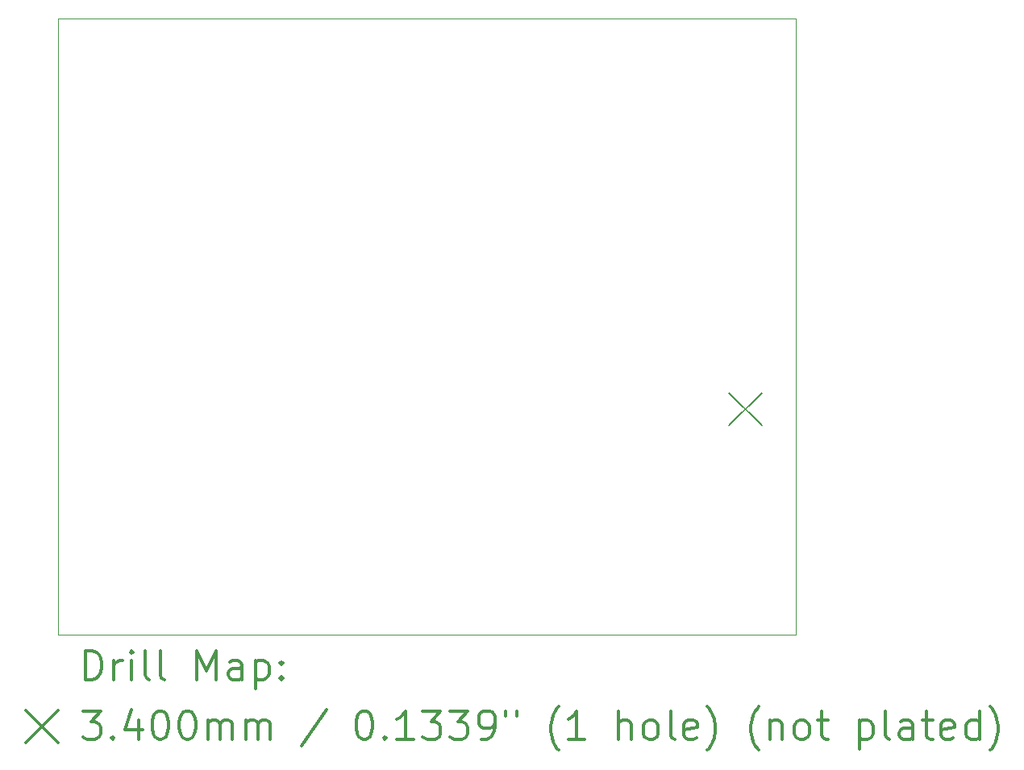
<source format=gbr>
%FSLAX45Y45*%
G04 Gerber Fmt 4.5, Leading zero omitted, Abs format (unit mm)*
G04 Created by KiCad (PCBNEW (5.1.12)-1) date 2021-11-18 16:19:16*
%MOMM*%
%LPD*%
G01*
G04 APERTURE LIST*
%TA.AperFunction,Profile*%
%ADD10C,0.050000*%
%TD*%
%ADD11C,0.200000*%
%ADD12C,0.300000*%
G04 APERTURE END LIST*
D10*
X14224000Y-3302000D02*
X14224000Y-9779000D01*
X6477000Y-9779000D02*
X6477000Y-3302000D01*
X14224000Y-9779000D02*
X6477000Y-9779000D01*
X6477000Y-3302000D02*
X14224000Y-3302000D01*
D11*
X13521000Y-7233000D02*
X13861000Y-7573000D01*
X13861000Y-7233000D02*
X13521000Y-7573000D01*
D12*
X6760928Y-10247214D02*
X6760928Y-9947214D01*
X6832357Y-9947214D01*
X6875214Y-9961500D01*
X6903786Y-9990072D01*
X6918071Y-10018643D01*
X6932357Y-10075786D01*
X6932357Y-10118643D01*
X6918071Y-10175786D01*
X6903786Y-10204357D01*
X6875214Y-10232929D01*
X6832357Y-10247214D01*
X6760928Y-10247214D01*
X7060928Y-10247214D02*
X7060928Y-10047214D01*
X7060928Y-10104357D02*
X7075214Y-10075786D01*
X7089500Y-10061500D01*
X7118071Y-10047214D01*
X7146643Y-10047214D01*
X7246643Y-10247214D02*
X7246643Y-10047214D01*
X7246643Y-9947214D02*
X7232357Y-9961500D01*
X7246643Y-9975786D01*
X7260928Y-9961500D01*
X7246643Y-9947214D01*
X7246643Y-9975786D01*
X7432357Y-10247214D02*
X7403786Y-10232929D01*
X7389500Y-10204357D01*
X7389500Y-9947214D01*
X7589500Y-10247214D02*
X7560928Y-10232929D01*
X7546643Y-10204357D01*
X7546643Y-9947214D01*
X7932357Y-10247214D02*
X7932357Y-9947214D01*
X8032357Y-10161500D01*
X8132357Y-9947214D01*
X8132357Y-10247214D01*
X8403786Y-10247214D02*
X8403786Y-10090072D01*
X8389500Y-10061500D01*
X8360928Y-10047214D01*
X8303786Y-10047214D01*
X8275214Y-10061500D01*
X8403786Y-10232929D02*
X8375214Y-10247214D01*
X8303786Y-10247214D01*
X8275214Y-10232929D01*
X8260928Y-10204357D01*
X8260928Y-10175786D01*
X8275214Y-10147214D01*
X8303786Y-10132929D01*
X8375214Y-10132929D01*
X8403786Y-10118643D01*
X8546643Y-10047214D02*
X8546643Y-10347214D01*
X8546643Y-10061500D02*
X8575214Y-10047214D01*
X8632357Y-10047214D01*
X8660928Y-10061500D01*
X8675214Y-10075786D01*
X8689500Y-10104357D01*
X8689500Y-10190072D01*
X8675214Y-10218643D01*
X8660928Y-10232929D01*
X8632357Y-10247214D01*
X8575214Y-10247214D01*
X8546643Y-10232929D01*
X8818071Y-10218643D02*
X8832357Y-10232929D01*
X8818071Y-10247214D01*
X8803786Y-10232929D01*
X8818071Y-10218643D01*
X8818071Y-10247214D01*
X8818071Y-10061500D02*
X8832357Y-10075786D01*
X8818071Y-10090072D01*
X8803786Y-10075786D01*
X8818071Y-10061500D01*
X8818071Y-10090072D01*
X6134500Y-10571500D02*
X6474500Y-10911500D01*
X6474500Y-10571500D02*
X6134500Y-10911500D01*
X6732357Y-10577214D02*
X6918071Y-10577214D01*
X6818071Y-10691500D01*
X6860928Y-10691500D01*
X6889500Y-10705786D01*
X6903786Y-10720072D01*
X6918071Y-10748643D01*
X6918071Y-10820072D01*
X6903786Y-10848643D01*
X6889500Y-10862929D01*
X6860928Y-10877214D01*
X6775214Y-10877214D01*
X6746643Y-10862929D01*
X6732357Y-10848643D01*
X7046643Y-10848643D02*
X7060928Y-10862929D01*
X7046643Y-10877214D01*
X7032357Y-10862929D01*
X7046643Y-10848643D01*
X7046643Y-10877214D01*
X7318071Y-10677214D02*
X7318071Y-10877214D01*
X7246643Y-10562929D02*
X7175214Y-10777214D01*
X7360928Y-10777214D01*
X7532357Y-10577214D02*
X7560928Y-10577214D01*
X7589500Y-10591500D01*
X7603786Y-10605786D01*
X7618071Y-10634357D01*
X7632357Y-10691500D01*
X7632357Y-10762929D01*
X7618071Y-10820072D01*
X7603786Y-10848643D01*
X7589500Y-10862929D01*
X7560928Y-10877214D01*
X7532357Y-10877214D01*
X7503786Y-10862929D01*
X7489500Y-10848643D01*
X7475214Y-10820072D01*
X7460928Y-10762929D01*
X7460928Y-10691500D01*
X7475214Y-10634357D01*
X7489500Y-10605786D01*
X7503786Y-10591500D01*
X7532357Y-10577214D01*
X7818071Y-10577214D02*
X7846643Y-10577214D01*
X7875214Y-10591500D01*
X7889500Y-10605786D01*
X7903786Y-10634357D01*
X7918071Y-10691500D01*
X7918071Y-10762929D01*
X7903786Y-10820072D01*
X7889500Y-10848643D01*
X7875214Y-10862929D01*
X7846643Y-10877214D01*
X7818071Y-10877214D01*
X7789500Y-10862929D01*
X7775214Y-10848643D01*
X7760928Y-10820072D01*
X7746643Y-10762929D01*
X7746643Y-10691500D01*
X7760928Y-10634357D01*
X7775214Y-10605786D01*
X7789500Y-10591500D01*
X7818071Y-10577214D01*
X8046643Y-10877214D02*
X8046643Y-10677214D01*
X8046643Y-10705786D02*
X8060928Y-10691500D01*
X8089500Y-10677214D01*
X8132357Y-10677214D01*
X8160928Y-10691500D01*
X8175214Y-10720072D01*
X8175214Y-10877214D01*
X8175214Y-10720072D02*
X8189500Y-10691500D01*
X8218071Y-10677214D01*
X8260928Y-10677214D01*
X8289500Y-10691500D01*
X8303786Y-10720072D01*
X8303786Y-10877214D01*
X8446643Y-10877214D02*
X8446643Y-10677214D01*
X8446643Y-10705786D02*
X8460928Y-10691500D01*
X8489500Y-10677214D01*
X8532357Y-10677214D01*
X8560928Y-10691500D01*
X8575214Y-10720072D01*
X8575214Y-10877214D01*
X8575214Y-10720072D02*
X8589500Y-10691500D01*
X8618071Y-10677214D01*
X8660928Y-10677214D01*
X8689500Y-10691500D01*
X8703786Y-10720072D01*
X8703786Y-10877214D01*
X9289500Y-10562929D02*
X9032357Y-10948643D01*
X9675214Y-10577214D02*
X9703786Y-10577214D01*
X9732357Y-10591500D01*
X9746643Y-10605786D01*
X9760928Y-10634357D01*
X9775214Y-10691500D01*
X9775214Y-10762929D01*
X9760928Y-10820072D01*
X9746643Y-10848643D01*
X9732357Y-10862929D01*
X9703786Y-10877214D01*
X9675214Y-10877214D01*
X9646643Y-10862929D01*
X9632357Y-10848643D01*
X9618071Y-10820072D01*
X9603786Y-10762929D01*
X9603786Y-10691500D01*
X9618071Y-10634357D01*
X9632357Y-10605786D01*
X9646643Y-10591500D01*
X9675214Y-10577214D01*
X9903786Y-10848643D02*
X9918071Y-10862929D01*
X9903786Y-10877214D01*
X9889500Y-10862929D01*
X9903786Y-10848643D01*
X9903786Y-10877214D01*
X10203786Y-10877214D02*
X10032357Y-10877214D01*
X10118071Y-10877214D02*
X10118071Y-10577214D01*
X10089500Y-10620072D01*
X10060928Y-10648643D01*
X10032357Y-10662929D01*
X10303786Y-10577214D02*
X10489500Y-10577214D01*
X10389500Y-10691500D01*
X10432357Y-10691500D01*
X10460928Y-10705786D01*
X10475214Y-10720072D01*
X10489500Y-10748643D01*
X10489500Y-10820072D01*
X10475214Y-10848643D01*
X10460928Y-10862929D01*
X10432357Y-10877214D01*
X10346643Y-10877214D01*
X10318071Y-10862929D01*
X10303786Y-10848643D01*
X10589500Y-10577214D02*
X10775214Y-10577214D01*
X10675214Y-10691500D01*
X10718071Y-10691500D01*
X10746643Y-10705786D01*
X10760928Y-10720072D01*
X10775214Y-10748643D01*
X10775214Y-10820072D01*
X10760928Y-10848643D01*
X10746643Y-10862929D01*
X10718071Y-10877214D01*
X10632357Y-10877214D01*
X10603786Y-10862929D01*
X10589500Y-10848643D01*
X10918071Y-10877214D02*
X10975214Y-10877214D01*
X11003786Y-10862929D01*
X11018071Y-10848643D01*
X11046643Y-10805786D01*
X11060928Y-10748643D01*
X11060928Y-10634357D01*
X11046643Y-10605786D01*
X11032357Y-10591500D01*
X11003786Y-10577214D01*
X10946643Y-10577214D01*
X10918071Y-10591500D01*
X10903786Y-10605786D01*
X10889500Y-10634357D01*
X10889500Y-10705786D01*
X10903786Y-10734357D01*
X10918071Y-10748643D01*
X10946643Y-10762929D01*
X11003786Y-10762929D01*
X11032357Y-10748643D01*
X11046643Y-10734357D01*
X11060928Y-10705786D01*
X11175214Y-10577214D02*
X11175214Y-10634357D01*
X11289500Y-10577214D02*
X11289500Y-10634357D01*
X11732357Y-10991500D02*
X11718071Y-10977214D01*
X11689500Y-10934357D01*
X11675214Y-10905786D01*
X11660928Y-10862929D01*
X11646643Y-10791500D01*
X11646643Y-10734357D01*
X11660928Y-10662929D01*
X11675214Y-10620072D01*
X11689500Y-10591500D01*
X11718071Y-10548643D01*
X11732357Y-10534357D01*
X12003786Y-10877214D02*
X11832357Y-10877214D01*
X11918071Y-10877214D02*
X11918071Y-10577214D01*
X11889500Y-10620072D01*
X11860928Y-10648643D01*
X11832357Y-10662929D01*
X12360928Y-10877214D02*
X12360928Y-10577214D01*
X12489500Y-10877214D02*
X12489500Y-10720072D01*
X12475214Y-10691500D01*
X12446643Y-10677214D01*
X12403786Y-10677214D01*
X12375214Y-10691500D01*
X12360928Y-10705786D01*
X12675214Y-10877214D02*
X12646643Y-10862929D01*
X12632357Y-10848643D01*
X12618071Y-10820072D01*
X12618071Y-10734357D01*
X12632357Y-10705786D01*
X12646643Y-10691500D01*
X12675214Y-10677214D01*
X12718071Y-10677214D01*
X12746643Y-10691500D01*
X12760928Y-10705786D01*
X12775214Y-10734357D01*
X12775214Y-10820072D01*
X12760928Y-10848643D01*
X12746643Y-10862929D01*
X12718071Y-10877214D01*
X12675214Y-10877214D01*
X12946643Y-10877214D02*
X12918071Y-10862929D01*
X12903786Y-10834357D01*
X12903786Y-10577214D01*
X13175214Y-10862929D02*
X13146643Y-10877214D01*
X13089500Y-10877214D01*
X13060928Y-10862929D01*
X13046643Y-10834357D01*
X13046643Y-10720072D01*
X13060928Y-10691500D01*
X13089500Y-10677214D01*
X13146643Y-10677214D01*
X13175214Y-10691500D01*
X13189500Y-10720072D01*
X13189500Y-10748643D01*
X13046643Y-10777214D01*
X13289500Y-10991500D02*
X13303786Y-10977214D01*
X13332357Y-10934357D01*
X13346643Y-10905786D01*
X13360928Y-10862929D01*
X13375214Y-10791500D01*
X13375214Y-10734357D01*
X13360928Y-10662929D01*
X13346643Y-10620072D01*
X13332357Y-10591500D01*
X13303786Y-10548643D01*
X13289500Y-10534357D01*
X13832357Y-10991500D02*
X13818071Y-10977214D01*
X13789500Y-10934357D01*
X13775214Y-10905786D01*
X13760928Y-10862929D01*
X13746643Y-10791500D01*
X13746643Y-10734357D01*
X13760928Y-10662929D01*
X13775214Y-10620072D01*
X13789500Y-10591500D01*
X13818071Y-10548643D01*
X13832357Y-10534357D01*
X13946643Y-10677214D02*
X13946643Y-10877214D01*
X13946643Y-10705786D02*
X13960928Y-10691500D01*
X13989500Y-10677214D01*
X14032357Y-10677214D01*
X14060928Y-10691500D01*
X14075214Y-10720072D01*
X14075214Y-10877214D01*
X14260928Y-10877214D02*
X14232357Y-10862929D01*
X14218071Y-10848643D01*
X14203786Y-10820072D01*
X14203786Y-10734357D01*
X14218071Y-10705786D01*
X14232357Y-10691500D01*
X14260928Y-10677214D01*
X14303786Y-10677214D01*
X14332357Y-10691500D01*
X14346643Y-10705786D01*
X14360928Y-10734357D01*
X14360928Y-10820072D01*
X14346643Y-10848643D01*
X14332357Y-10862929D01*
X14303786Y-10877214D01*
X14260928Y-10877214D01*
X14446643Y-10677214D02*
X14560928Y-10677214D01*
X14489500Y-10577214D02*
X14489500Y-10834357D01*
X14503786Y-10862929D01*
X14532357Y-10877214D01*
X14560928Y-10877214D01*
X14889500Y-10677214D02*
X14889500Y-10977214D01*
X14889500Y-10691500D02*
X14918071Y-10677214D01*
X14975214Y-10677214D01*
X15003786Y-10691500D01*
X15018071Y-10705786D01*
X15032357Y-10734357D01*
X15032357Y-10820072D01*
X15018071Y-10848643D01*
X15003786Y-10862929D01*
X14975214Y-10877214D01*
X14918071Y-10877214D01*
X14889500Y-10862929D01*
X15203786Y-10877214D02*
X15175214Y-10862929D01*
X15160928Y-10834357D01*
X15160928Y-10577214D01*
X15446643Y-10877214D02*
X15446643Y-10720072D01*
X15432357Y-10691500D01*
X15403786Y-10677214D01*
X15346643Y-10677214D01*
X15318071Y-10691500D01*
X15446643Y-10862929D02*
X15418071Y-10877214D01*
X15346643Y-10877214D01*
X15318071Y-10862929D01*
X15303786Y-10834357D01*
X15303786Y-10805786D01*
X15318071Y-10777214D01*
X15346643Y-10762929D01*
X15418071Y-10762929D01*
X15446643Y-10748643D01*
X15546643Y-10677214D02*
X15660928Y-10677214D01*
X15589500Y-10577214D02*
X15589500Y-10834357D01*
X15603786Y-10862929D01*
X15632357Y-10877214D01*
X15660928Y-10877214D01*
X15875214Y-10862929D02*
X15846643Y-10877214D01*
X15789500Y-10877214D01*
X15760928Y-10862929D01*
X15746643Y-10834357D01*
X15746643Y-10720072D01*
X15760928Y-10691500D01*
X15789500Y-10677214D01*
X15846643Y-10677214D01*
X15875214Y-10691500D01*
X15889500Y-10720072D01*
X15889500Y-10748643D01*
X15746643Y-10777214D01*
X16146643Y-10877214D02*
X16146643Y-10577214D01*
X16146643Y-10862929D02*
X16118071Y-10877214D01*
X16060928Y-10877214D01*
X16032357Y-10862929D01*
X16018071Y-10848643D01*
X16003786Y-10820072D01*
X16003786Y-10734357D01*
X16018071Y-10705786D01*
X16032357Y-10691500D01*
X16060928Y-10677214D01*
X16118071Y-10677214D01*
X16146643Y-10691500D01*
X16260928Y-10991500D02*
X16275214Y-10977214D01*
X16303786Y-10934357D01*
X16318071Y-10905786D01*
X16332357Y-10862929D01*
X16346643Y-10791500D01*
X16346643Y-10734357D01*
X16332357Y-10662929D01*
X16318071Y-10620072D01*
X16303786Y-10591500D01*
X16275214Y-10548643D01*
X16260928Y-10534357D01*
M02*

</source>
